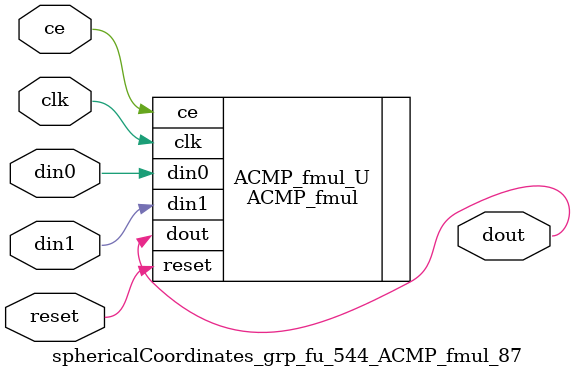
<source format=v>

`timescale 1 ns / 1 ps
module sphericalCoordinates_grp_fu_544_ACMP_fmul_87(
    clk,
    reset,
    ce,
    din0,
    din1,
    dout);

parameter ID = 32'd1;
parameter NUM_STAGE = 32'd1;
parameter din0_WIDTH = 32'd1;
parameter din1_WIDTH = 32'd1;
parameter dout_WIDTH = 32'd1;
input clk;
input reset;
input ce;
input[din0_WIDTH - 1:0] din0;
input[din1_WIDTH - 1:0] din1;
output[dout_WIDTH - 1:0] dout;



ACMP_fmul #(
.ID( ID ),
.NUM_STAGE( 4 ),
.din0_WIDTH( din0_WIDTH ),
.din1_WIDTH( din1_WIDTH ),
.dout_WIDTH( dout_WIDTH ))
ACMP_fmul_U(
    .clk( clk ),
    .reset( reset ),
    .ce( ce ),
    .din0( din0 ),
    .din1( din1 ),
    .dout( dout ));

endmodule

</source>
